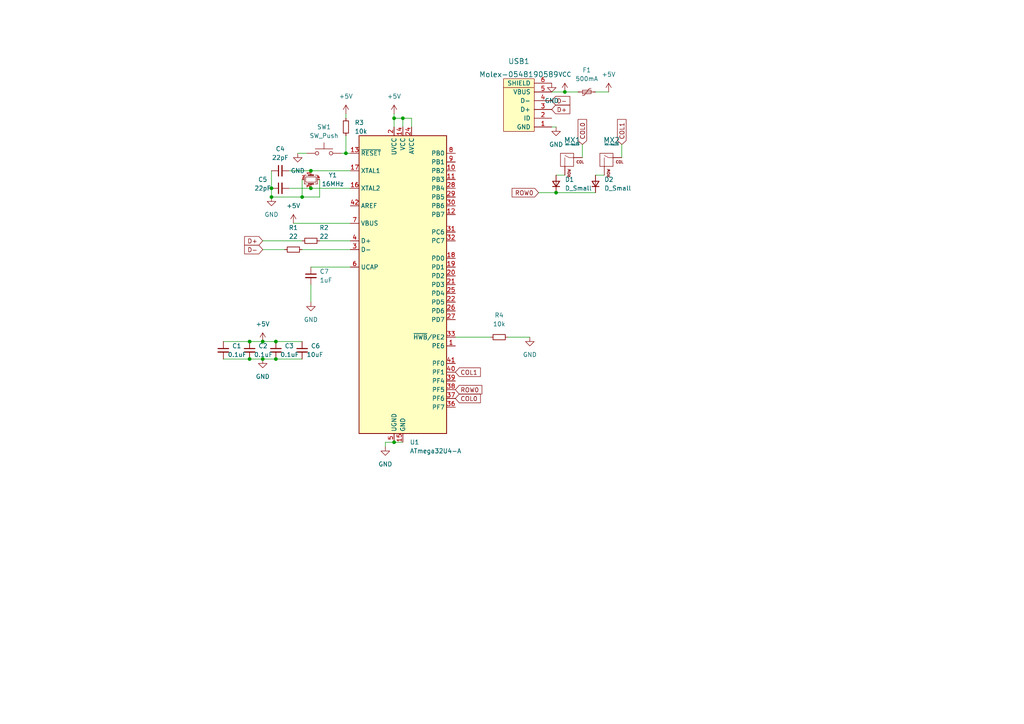
<source format=kicad_sch>
(kicad_sch (version 20211123) (generator eeschema)
  (paper "A4")
  (lib_symbols
    (symbol "Device:C_Small" (pin_numbers hide) (pin_names (offset 0.254) hide)
      (property "Reference" "C" (at 0.254 1.778 0))
      (property "Value" "C_Small" (at 0.254 -2.032 0))
      (symbol "C_Small_0_1"
        (polyline (pts (xy -1.524 -0.508) (xy 1.524 -0.508)) (stroke (width 0.3302)))
        (polyline (pts (xy -1.524 0.508) (xy 1.524 0.508)) (stroke (width 0.3048)))
      )
      (symbol "C_Small_1_1"
        (pin passive line (at 0 2.54 270) (length 2.032) (name "~") (number "1"))
        (pin passive line (at 0 -2.54 90) (length 2.032) (name "~") (number "2"))
      )
    )
    (symbol "Device:Crystal_GND24_Small" (pin_names (offset 1.016) hide)
      (property "Reference" "Y" (at 1.27 4.445 0))
      (property "Value" "Crystal_GND24_Small" (at 1.27 2.54 0))
      (symbol "Crystal_GND24_Small_0_1"
        (rectangle (start -0.762 -1.524) (end 0.762 1.524))
        (polyline (pts (xy -1.27 -0.762) (xy -1.27 0.762)) (stroke (width 0.381)))
        (polyline (pts (xy 1.27 -0.762) (xy 1.27 0.762)) (stroke (width 0.381)))
        (polyline (pts (xy -1.27 -1.27) (xy -1.27 -1.905) (xy 1.27 -1.905) (xy 1.27 -1.27)))
        (polyline (pts (xy -1.27 1.27) (xy -1.27 1.905) (xy 1.27 1.905) (xy 1.27 1.27)))
      )
      (symbol "Crystal_GND24_Small_1_1"
        (pin passive line (at -2.54 0 0) (length 1.27) (name "1") (number "1"))
        (pin passive line (at 0 -2.54 90) (length 0.635) (name "2") (number "2"))
        (pin passive line (at 2.54 0 180) (length 1.27) (name "3") (number "3"))
        (pin passive line (at 0 2.54 270) (length 0.635) (name "4") (number "4"))
      )
    )
    (symbol "Device:D_Small" (pin_numbers hide) (pin_names (offset 0.254) hide)
      (property "Reference" "D" (at -1.27 2.032 0))
      (property "Value" "D_Small" (at -3.81 -2.032 0))
      (symbol "D_Small_0_1"
        (polyline (pts (xy -0.762 -1.016) (xy -0.762 1.016)) (stroke (width 0.254)))
        (polyline (pts (xy -0.762 0) (xy 0.762 0)))
        (polyline (pts (xy 0.762 -1.016) (xy -0.762 0) (xy 0.762 1.016) (xy 0.762 -1.016)) (stroke (width 0.254)))
      )
      (symbol "D_Small_1_1"
        (pin passive line (at -2.54 0 0) (length 1.778) (name "K") (number "1"))
        (pin passive line (at 2.54 0 180) (length 1.778) (name "A") (number "2"))
      )
    )
    (symbol "Device:Polyfuse_Small" (pin_numbers hide) (pin_names (offset 0))
      (property "Reference" "F" (at -1.905 0 90))
      (property "Value" "Polyfuse_Small" (at 1.905 0 90))
      (symbol "Polyfuse_Small_0_1"
        (rectangle (start -0.508 1.27) (end 0.508 -1.27))
        (polyline (pts (xy 0 2.54) (xy 0 -2.54)))
        (polyline (pts (xy -1.016 1.27) (xy -1.016 0.762) (xy 1.016 -0.762) (xy 1.016 -1.27)))
      )
      (symbol "Polyfuse_Small_1_1"
        (pin passive line (at 0 2.54 270) (length 0.635) (name "~") (number "1"))
        (pin passive line (at 0 -2.54 90) (length 0.635) (name "~") (number "2"))
      )
    )
    (symbol "Device:R_Small" (pin_numbers hide) (pin_names (offset 0.254) hide)
      (property "Reference" "R" (at 0.762 0.508 0))
      (property "Value" "R_Small" (at 0.762 -1.016 0))
      (symbol "R_Small_0_1"
        (rectangle (start -0.762 1.778) (end 0.762 -1.778) (stroke (width 0.2032)))
      )
      (symbol "R_Small_1_1"
        (pin passive line (at 0 2.54 270) (length 0.762) (name "~") (number "1"))
        (pin passive line (at 0 -2.54 90) (length 0.762) (name "~") (number "2"))
      )
    )
    (symbol "MCU_Microchip_ATmega:ATmega32U4-A"
      (property "Reference" "U" (at -12.7 44.45 0))
      (property "Value" "ATmega32U4-A" (at 2.54 -44.45 0))
      (symbol "ATmega32U4-A_0_1"
        (rectangle (start -12.7 -43.18) (end 12.7 43.18) (stroke (width 0.254)) (fill (type background)))
      )
      (symbol "ATmega32U4-A_1_1"
        (pin bidirectional line (at 15.24 -17.78 180) (length 2.54) (name "PE6") (number "1"))
        (pin bidirectional line (at 15.24 33.02 180) (length 2.54) (name "PB2") (number "10"))
        (pin bidirectional line (at 15.24 30.48 180) (length 2.54) (name "PB3") (number "11"))
        (pin bidirectional line (at 15.24 20.32 180) (length 2.54) (name "PB7") (number "12"))
        (pin input line (at -15.24 38.1 0) (length 2.54) (name "~{RESET}") (number "13"))
        (pin power_in line (at 0 45.72 270) (length 2.54) (name "VCC") (number "14"))
        (pin power_in line (at 0 -45.72 90) (length 2.54) (name "GND") (number "15"))
        (pin output line (at -15.24 27.94 0) (length 2.54) (name "XTAL2") (number "16"))
        (pin input line (at -15.24 33.02 0) (length 2.54) (name "XTAL1") (number "17"))
        (pin bidirectional line (at 15.24 7.62 180) (length 2.54) (name "PD0") (number "18"))
        (pin bidirectional line (at 15.24 5.08 180) (length 2.54) (name "PD1") (number "19"))
        (pin power_in line (at -2.54 45.72 270) (length 2.54) (name "UVCC") (number "2"))
        (pin bidirectional line (at 15.24 2.54 180) (length 2.54) (name "PD2") (number "20"))
        (pin bidirectional line (at 15.24 0 180) (length 2.54) (name "PD3") (number "21"))
        (pin bidirectional line (at 15.24 -5.08 180) (length 2.54) (name "PD5") (number "22"))
        (pin passive line (at 0 -45.72 90) (length 2.54) hide (name "GND") (number "23"))
        (pin power_in line (at 2.54 45.72 270) (length 2.54) (name "AVCC") (number "24"))
        (pin bidirectional line (at 15.24 -2.54 180) (length 2.54) (name "PD4") (number "25"))
        (pin bidirectional line (at 15.24 -7.62 180) (length 2.54) (name "PD6") (number "26"))
        (pin bidirectional line (at 15.24 -10.16 180) (length 2.54) (name "PD7") (number "27"))
        (pin bidirectional line (at 15.24 27.94 180) (length 2.54) (name "PB4") (number "28"))
        (pin bidirectional line (at 15.24 25.4 180) (length 2.54) (name "PB5") (number "29"))
        (pin bidirectional line (at -15.24 10.16 0) (length 2.54) (name "D-") (number "3"))
        (pin bidirectional line (at 15.24 22.86 180) (length 2.54) (name "PB6") (number "30"))
        (pin bidirectional line (at 15.24 15.24 180) (length 2.54) (name "PC6") (number "31"))
        (pin bidirectional line (at 15.24 12.7 180) (length 2.54) (name "PC7") (number "32"))
        (pin bidirectional line (at 15.24 -15.24 180) (length 2.54) (name "~{HWB}/PE2") (number "33"))
        (pin passive line (at 0 45.72 270) (length 2.54) hide (name "VCC") (number "34"))
        (pin passive line (at 0 -45.72 90) (length 2.54) hide (name "GND") (number "35"))
        (pin bidirectional line (at 15.24 -35.56 180) (length 2.54) (name "PF7") (number "36"))
        (pin bidirectional line (at 15.24 -33.02 180) (length 2.54) (name "PF6") (number "37"))
        (pin bidirectional line (at 15.24 -30.48 180) (length 2.54) (name "PF5") (number "38"))
        (pin bidirectional line (at 15.24 -27.94 180) (length 2.54) (name "PF4") (number "39"))
        (pin bidirectional line (at -15.24 12.7 0) (length 2.54) (name "D+") (number "4"))
        (pin bidirectional line (at 15.24 -25.4 180) (length 2.54) (name "PF1") (number "40"))
        (pin bidirectional line (at 15.24 -22.86 180) (length 2.54) (name "PF0") (number "41"))
        (pin passive line (at -15.24 22.86 0) (length 2.54) (name "AREF") (number "42"))
        (pin passive line (at 0 -45.72 90) (length 2.54) hide (name "GND") (number "43"))
        (pin passive line (at 2.54 45.72 270) (length 2.54) hide (name "AVCC") (number "44"))
        (pin passive line (at -2.54 -45.72 90) (length 2.54) (name "UGND") (number "5"))
        (pin passive line (at -15.24 5.08 0) (length 2.54) (name "UCAP") (number "6"))
        (pin input line (at -15.24 17.78 0) (length 2.54) (name "VBUS") (number "7"))
        (pin bidirectional line (at 15.24 38.1 180) (length 2.54) (name "PB0") (number "8"))
        (pin bidirectional line (at 15.24 35.56 180) (length 2.54) (name "PB1") (number "9"))
      )
    )
    (symbol "MX_Alps_Hybrid:MX-NoLED" (pin_names (offset 1.016))
      (property "Reference" "MX" (at -0.635 3.81 0))
      (property "Value" "MX-NoLED" (at -0.635 1.27 0))
      (symbol "MX-NoLED_0_0"
        (rectangle (start -2.54 2.54) (end 1.27 -1.27))
        (polyline (pts (xy -1.27 -1.27) (xy -1.27 1.27)) (stroke (width 0.127)))
        (polyline (pts (xy 1.27 1.27) (xy 0 1.27) (xy -1.27 1.905)) (stroke (width 0.127)))
        (text "COL" (at 3.175 0 0) (effects (font (size 0.762 0.762))))
        (text "ROW" (at 0 -1.905 900) (effects (font (size 0.762 0.762)) (justify right)))
      )
      (symbol "MX-NoLED_1_1"
        (pin passive line (at 3.81 1.27 180) (length 2.54) (name "COL") (number "1"))
        (pin passive line (at -1.27 -3.81 90) (length 2.54) (name "ROW") (number "2"))
      )
    )
    (symbol "Switch:SW_Push" (pin_numbers hide) (pin_names (offset 1.016) hide)
      (property "Reference" "SW" (at 1.27 2.54 0))
      (property "Value" "SW_Push" (at 0 -1.524 0))
      (symbol "SW_Push_0_1"
        (circle (center -2.032 0) (radius 0.508))
        (polyline (pts (xy 0 1.27) (xy 0 3.048)))
        (polyline (pts (xy 2.54 1.27) (xy -2.54 1.27)))
        (circle (center 2.032 0) (radius 0.508))
        (pin passive line (at -5.08 0 0) (length 2.54) (name "1") (number "1"))
        (pin passive line (at 5.08 0 180) (length 2.54) (name "2") (number "2"))
      )
    )
    (symbol "power:+5V" (power) (pin_names (offset 0))
      (property "Value" "+5V" (at 0 3.556 0))
      (symbol "+5V_0_1"
        (polyline (pts (xy -0.762 1.27) (xy 0 2.54)))
        (polyline (pts (xy 0 0) (xy 0 2.54)))
        (polyline (pts (xy 0 2.54) (xy 0.762 1.27)))
      )
      (symbol "+5V_1_1"
        (pin power_in line (at 0 0 90) (length 0) hide (name "+5V") (number "1"))
      )
    )
    (symbol "power:GND" (power) (pin_names (offset 0))
      (property "Value" "GND" (at 0 -3.81 0))
      (symbol "GND_0_1"
        (polyline (pts (xy 0 0) (xy 0 -1.27) (xy 1.27 -1.27) (xy 0 -2.54) (xy -1.27 -1.27) (xy 0 -1.27)))
      )
      (symbol "GND_1_1"
        (pin power_in line (at 0 0 270) (length 0) hide (name "GND") (number "1"))
      )
    )
    (symbol "power:VCC" (power) (pin_names (offset 0))
      (property "Value" "VCC" (at 0 3.81 0))
      (symbol "VCC_0_1"
        (polyline (pts (xy -0.762 1.27) (xy 0 2.54)))
        (polyline (pts (xy 0 0) (xy 0 2.54)))
        (polyline (pts (xy 0 2.54) (xy 0.762 1.27)))
      )
      (symbol "VCC_1_1"
        (pin power_in line (at 0 0 90) (length 0) hide (name "VCC") (number "1"))
      )
    )
    (symbol "random-keyboard-parts:Molex-0548190589" (pin_names (offset 1.016))
      (property "Reference" "USB" (at 0 7.62 0))
      (property "Value" "Molex-0548190589" (at 0 10.16 0))
      (symbol "Molex-0548190589_0_0"
        (polyline (pts (xy 6.35 -2.54) (xy 6.35 6.35)))
        (rectangle (start 8.89 -2.54) (end -6.35 6.35) (fill (type background)))
      )
      (symbol "Molex-0548190589_1_1"
        (pin input line (at -5.08 -7.62 90) (length 5.08) (name "GND") (number "1"))
        (pin input line (at -2.54 -7.62 90) (length 5.08) (name "ID") (number "2"))
        (pin input line (at 0 -7.62 90) (length 5.08) (name "D+") (number "3"))
        (pin input line (at 2.54 -7.62 90) (length 5.08) (name "D-") (number "4"))
        (pin input line (at 5.08 -7.62 90) (length 5.08) (name "VBUS") (number "5"))
        (pin input line (at 7.62 -7.62 90) (length 5.08) (name "SHIELD") (number "6"))
      )
    )
  )
  (junction (at 90.17 54.61))
  (junction (at 116.84 34.29))
  (junction (at 72.39 99.06))
  (junction (at 163.83 26.67))
  (junction (at 90.17 49.53))
  (junction (at 114.3 34.29))
  (junction (at 161.29 55.88))
  (junction (at 87.63 57.15))
  (junction (at 76.2 104.14))
  (junction (at 78.74 57.15))
  (junction (at 80.01 104.14))
  (junction (at 72.39 104.14))
  (junction (at 100.33 44.45))
  (junction (at 80.01 99.06))
  (junction (at 114.3 128.27))
  (junction (at 78.74 54.61))
  (junction (at 76.2 99.06))
  (wire (pts (xy 76.2 99.06) (xy 80.01 99.06)))
  (wire (pts (xy 147.32 97.79) (xy 153.67 97.79)))
  (wire (pts (xy 80.01 104.14) (xy 87.63 104.14)))
  (wire (pts (xy 180.34 41.91) (xy 180.34 45.72)))
  (wire (pts (xy 87.63 72.39) (xy 101.6 72.39)))
  (wire (pts (xy 80.01 99.06) (xy 87.63 99.06)))
  (wire (pts (xy 78.74 57.15) (xy 87.63 57.15)))
  (wire (pts (xy 83.82 49.53) (xy 90.17 49.53)))
  (wire (pts (xy 76.2 69.85) (xy 87.63 69.85)))
  (wire (pts (xy 172.72 26.67) (xy 176.53 26.67)))
  (wire (pts (xy 92.71 57.15) (xy 92.71 52.07)))
  (wire (pts (xy 76.2 104.14) (xy 80.01 104.14)))
  (wire (pts (xy 87.63 52.07) (xy 87.63 57.15)))
  (wire (pts (xy 168.91 41.91) (xy 168.91 45.72)))
  (wire (pts (xy 64.77 104.14) (xy 72.39 104.14)))
  (wire (pts (xy 90.17 49.53) (xy 101.6 49.53)))
  (wire (pts (xy 114.3 33.02) (xy 114.3 34.29)))
  (wire (pts (xy 163.83 26.67) (xy 167.64 26.67)))
  (wire (pts (xy 100.33 39.37) (xy 100.33 44.45)))
  (wire (pts (xy 156.21 55.88) (xy 161.29 55.88)))
  (wire (pts (xy 99.06 44.45) (xy 100.33 44.45)))
  (wire (pts (xy 111.76 128.27) (xy 111.76 129.54)))
  (wire (pts (xy 100.33 33.02) (xy 100.33 34.29)))
  (wire (pts (xy 86.36 44.45) (xy 88.9 44.45)))
  (wire (pts (xy 90.17 54.61) (xy 101.6 54.61)))
  (wire (pts (xy 114.3 128.27) (xy 111.76 128.27)))
  (wire (pts (xy 85.09 64.77) (xy 101.6 64.77)))
  (wire (pts (xy 92.71 69.85) (xy 101.6 69.85)))
  (wire (pts (xy 172.72 50.8) (xy 175.26 50.8)))
  (wire (pts (xy 72.39 104.14) (xy 76.2 104.14)))
  (wire (pts (xy 64.77 99.06) (xy 72.39 99.06)))
  (wire (pts (xy 161.29 50.8) (xy 163.83 50.8)))
  (wire (pts (xy 132.08 97.79) (xy 142.24 97.79)))
  (wire (pts (xy 72.39 99.06) (xy 76.2 99.06)))
  (wire (pts (xy 114.3 34.29) (xy 114.3 36.83)))
  (wire (pts (xy 90.17 82.55) (xy 90.17 87.63)))
  (wire (pts (xy 100.33 44.45) (xy 101.6 44.45)))
  (wire (pts (xy 161.29 55.88) (xy 172.72 55.88)))
  (wire (pts (xy 116.84 128.27) (xy 114.3 128.27)))
  (wire (pts (xy 87.63 57.15) (xy 92.71 57.15)))
  (wire (pts (xy 163.83 26.67) (xy 160.02 26.67)))
  (wire (pts (xy 119.38 36.83) (xy 119.38 34.29)))
  (wire (pts (xy 78.74 54.61) (xy 78.74 57.15)))
  (wire (pts (xy 76.2 72.39) (xy 82.55 72.39)))
  (wire (pts (xy 78.74 49.53) (xy 78.74 54.61)))
  (wire (pts (xy 83.82 54.61) (xy 90.17 54.61)))
  (wire (pts (xy 160.02 36.83) (xy 161.29 36.83)))
  (wire (pts (xy 116.84 34.29) (xy 114.3 34.29)))
  (wire (pts (xy 90.17 77.47) (xy 101.6 77.47)))
  (wire (pts (xy 116.84 34.29) (xy 116.84 36.83)))
  (wire (pts (xy 119.38 34.29) (xy 116.84 34.29)))
  (global_label "D-" (shape input) (at 160.02 29.21 0) (property "Intersheet References" "${INTERSHEET_REFS}" (effects hide)))
  (global_label "ROW0" (shape input) (at 156.21 55.88 180) (property "Intersheet References" "${INTERSHEET_REFS}" (effects hide)))
  (global_label "COL1" (shape input) (at 180.34 41.91 90) (property "Intersheet References" "${INTERSHEET_REFS}" (effects hide)))
  (global_label "D+" (shape input) (at 160.02 31.75 0) (property "Intersheet References" "${INTERSHEET_REFS}" (effects hide)))
  (global_label "D-" (shape input) (at 76.2 72.39 180) (property "Intersheet References" "${INTERSHEET_REFS}" (effects hide)))
  (global_label "ROW0" (shape input) (at 132.08 113.03 0) (property "Intersheet References" "${INTERSHEET_REFS}" (effects hide)))
  (global_label "COL1" (shape input) (at 132.08 107.95 0) (property "Intersheet References" "${INTERSHEET_REFS}" (effects hide)))
  (global_label "D+" (shape input) (at 76.2 69.85 180) (property "Intersheet References" "${INTERSHEET_REFS}" (effects hide)))
  (global_label "COL0" (shape input) (at 168.91 41.91 90) (property "Intersheet References" "${INTERSHEET_REFS}" (effects hide)))
  (global_label "COL0" (shape input) (at 132.08 115.57 0) (property "Intersheet References" "${INTERSHEET_REFS}" (effects hide)))
  (symbol (lib_id "Device:C_Small") (at 81.28 54.61 90) (unit 1)
    (property "Reference" "C5" (at 76.2 52.07 90))
    (property "Value" "22pF" (at 76.2 54.61 90))
    (property "Footprint" "Capacitor_SMD:C_0805_2012Metric" (effects hide))
  )
  (symbol (lib_id "Device:C_Small") (at 80.01 101.6 0) (unit 1)
    (property "Reference" "C3" (at 82.55 100.3362 0) (effects (justify left)))
    (property "Value" "0.1uF" (at 81.28 102.87 0) (effects (justify left)))
    (property "Footprint" "Capacitor_SMD:C_0805_2012Metric" (effects hide))
  )
  (symbol (lib_id "power:+5V") (at 85.09 64.77 0) (unit 1)
    (property "Reference" "#PWR0104" (effects hide))
    (property "Value" "+5V" (at 85.09 59.69 0))
  )
  (symbol (lib_id "Device:R_Small") (at 85.09 72.39 90) (unit 1)
    (property "Reference" "R1" (at 85.09 66.04 90))
    (property "Value" "22" (at 85.09 68.58 90))
    (property "Footprint" "Resistor_SMD:R_0805_2012Metric" (effects hide))
  )
  (symbol (lib_id "power:GND") (at 90.17 87.63 0) (unit 1)
    (property "Reference" "#PWR0105" (effects hide))
    (property "Value" "GND" (at 90.17 92.71 0))
  )
  (symbol (lib_id "power:VCC") (at 163.83 26.67 0) (unit 1)
    (property "Reference" "#PWR0111" (effects hide))
    (property "Value" "VCC" (at 163.83 21.59 0))
  )
  (symbol (lib_id "Switch:SW_Push") (at 93.98 44.45 0) (unit 1)
    (property "Reference" "SW1" (at 93.98 36.83 0))
    (property "Value" "SW_Push" (at 93.98 39.37 0))
    (property "Footprint" "random-keyboard-parts:SKQG-1155865" (effects hide))
  )
  (symbol (lib_id "MX_Alps_Hybrid:MX-NoLED") (at 176.53 46.99 0) (unit 1)
    (property "Reference" "MX2" (at 177.4156 40.64 0) (effects (font (size 1.524 1.524))))
    (property "Value" "MX-NoLED" (at 177.4156 41.91 0) (effects (font (size 0.508 0.508))))
    (property "Footprint" "MX_Alps_Hybrid:MX-1U-NoLED" (effects hide))
  )
  (symbol (lib_id "power:GND") (at 78.74 57.15 0) (unit 1)
    (property "Reference" "#PWR0108" (effects hide))
    (property "Value" "GND" (at 78.74 62.23 0))
  )
  (symbol (lib_id "power:GND") (at 86.36 44.45 0) (unit 1)
    (property "Reference" "#PWR0102" (effects hide))
    (property "Value" "GND" (at 86.36 49.53 0))
  )
  (symbol (lib_id "power:+5V") (at 114.3 33.02 0) (unit 1)
    (property "Reference" "#PWR0109" (effects hide))
    (property "Value" "+5V" (at 114.3 27.94 0))
  )
  (symbol (lib_id "power:GND") (at 153.67 97.79 0) (unit 1)
    (property "Reference" "#PWR0101" (effects hide))
    (property "Value" "GND" (at 153.67 102.87 0))
  )
  (symbol (lib_id "power:+5V") (at 76.2 99.06 0) (unit 1)
    (property "Reference" "#PWR0106" (effects hide))
    (property "Value" "+5V" (at 76.2 93.98 0))
  )
  (symbol (lib_id "power:+5V") (at 100.33 33.02 0) (unit 1)
    (property "Reference" "#PWR0110" (effects hide))
    (property "Value" "+5V" (at 100.33 27.94 0))
  )
  (symbol (lib_id "Device:R_Small") (at 144.78 97.79 90) (unit 1)
    (property "Reference" "R4" (at 144.78 91.44 90))
    (property "Value" "10k" (at 144.78 93.98 90))
    (property "Footprint" "Resistor_SMD:R_0805_2012Metric" (effects hide))
  )
  (symbol (lib_id "Device:C_Small") (at 90.17 80.01 0) (unit 1)
    (property "Reference" "C7" (at 92.71 78.7462 0) (effects (justify left)))
    (property "Value" "1uF" (at 92.71 81.2862 0) (effects (justify left)))
    (property "Footprint" "Capacitor_SMD:C_0805_2012Metric" (effects hide))
  )
  (symbol (lib_id "Device:D_Small") (at 161.29 53.34 90) (unit 1)
    (property "Reference" "D1" (at 163.83 52.0699 90) (effects (justify right)))
    (property "Value" "D_Small" (at 163.83 54.6099 90) (effects (justify right)))
    (property "Footprint" "Diode_SMD:D_SOD-123" (effects hide))
  )
  (symbol (lib_id "power:GND") (at 160.02 24.13 0) (unit 1)
    (property "Reference" "#PWR0114" (effects hide))
    (property "Value" "GND" (at 160.02 29.21 0))
  )
  (symbol (lib_id "power:GND") (at 161.29 36.83 0) (mirror y) (unit 1)
    (property "Reference" "#PWR0113" (effects hide))
    (property "Value" "GND" (at 161.29 41.91 0))
  )
  (symbol (lib_id "power:GND") (at 76.2 104.14 0) (unit 1)
    (property "Reference" "#PWR0107" (effects hide))
    (property "Value" "GND" (at 76.2 109.22 0))
  )
  (symbol (lib_id "Device:C_Small") (at 81.28 49.53 90) (unit 1)
    (property "Reference" "C4" (at 81.2863 43.18 90))
    (property "Value" "22pF" (at 81.2863 45.72 90))
    (property "Footprint" "Capacitor_SMD:C_0805_2012Metric" (effects hide))
  )
  (symbol (lib_id "Device:Crystal_GND24_Small") (at 90.17 52.07 270) (unit 1)
    (property "Reference" "Y1" (at 96.52 50.8 90))
    (property "Value" "16MHz" (at 96.52 53.34 90))
    (property "Footprint" "Crystal:Crystal_SMD_3225-4Pin_3.2x2.5mm" (effects hide))
  )
  (symbol (lib_id "random-keyboard-parts:Molex-0548190589") (at 152.4 31.75 90) (unit 1)
    (property "Reference" "USB1" (at 150.495 17.78 90) (effects (font (size 1.524 1.524))))
    (property "Value" "Molex-0548190589" (at 150.495 21.59 90) (effects (font (size 1.524 1.524))))
    (property "Footprint" "random-keyboard-parts:Molex-0548190519" (effects hide))
  )
  (symbol (lib_id "power:GND") (at 111.76 129.54 0) (unit 1)
    (property "Reference" "#PWR0103" (effects hide))
    (property "Value" "GND" (at 111.76 134.62 0))
  )
  (symbol (lib_id "Device:Polyfuse_Small") (at 170.18 26.67 90) (unit 1)
    (property "Reference" "F1" (at 170.18 20.32 90))
    (property "Value" "500mA" (at 170.18 22.86 90))
    (property "Footprint" "Fuse:Fuse_1206_3216Metric" (effects hide))
  )
  (symbol (lib_id "Device:R_Small") (at 90.17 69.85 90) (unit 1)
    (property "Reference" "R2" (at 93.98 66.04 90))
    (property "Value" "22" (at 93.98 68.58 90))
    (property "Footprint" "Resistor_SMD:R_0805_2012Metric" (effects hide))
  )
  (symbol (lib_id "MCU_Microchip_ATmega:ATmega32U4-A") (at 116.84 82.55 0) (unit 1)
    (property "Reference" "U1" (at 118.8594 128.27 0) (effects (justify left)))
    (property "Value" "ATmega32U4-A" (at 118.8594 130.81 0) (effects (justify left)))
    (property "Footprint" "Package_QFP:LQFP-44_10x10mm_P0.8mm" (effects hide))
    (property "Datasheet" "http://ww1.microchip.com/downloads/en/DeviceDoc/Atmel-7766-8-bit-AVR-ATmega16U4-32U4_Datasheet.pdf" (effects hide))
  )
  (symbol (lib_id "Device:C_Small") (at 87.63 101.6 0) (unit 1)
    (property "Reference" "C6" (at 90.17 100.3362 0) (effects (justify left)))
    (property "Value" "10uF" (at 88.9 102.87 0) (effects (justify left)))
    (property "Footprint" "Capacitor_SMD:C_0805_2012Metric" (effects hide))
  )
  (symbol (lib_id "power:+5V") (at 176.53 26.67 0) (unit 1)
    (property "Reference" "#PWR0112" (effects hide))
    (property "Value" "+5V" (at 176.53 21.59 0))
  )
  (symbol (lib_id "MX_Alps_Hybrid:MX-NoLED") (at 165.1 46.99 0) (unit 1)
    (property "Reference" "MX1" (at 165.9856 40.64 0) (effects (font (size 1.524 1.524))))
    (property "Value" "MX-NoLED" (at 165.9856 41.91 0) (effects (font (size 0.508 0.508))))
    (property "Footprint" "MX_Alps_Hybrid:MX-1U-NoLED" (effects hide))
  )
  (symbol (lib_id "Device:C_Small") (at 64.77 101.6 0) (unit 1)
    (property "Reference" "C1" (at 67.31 100.3362 0) (effects (justify left)))
    (property "Value" "0.1uF" (at 66.04 102.87 0) (effects (justify left)))
    (property "Footprint" "Capacitor_SMD:C_0805_2012Metric" (effects hide))
  )
  (symbol (lib_id "Device:D_Small") (at 172.72 53.34 90) (unit 1)
    (property "Reference" "D2" (at 175.26 52.0699 90) (effects (justify right)))
    (property "Value" "D_Small" (at 175.26 54.6099 90) (effects (justify right)))
    (property "Footprint" "Diode_SMD:D_SOD-123" (effects hide))
  )
  (symbol (lib_id "Device:C_Small") (at 72.39 101.6 0) (unit 1)
    (property "Reference" "C2" (at 74.93 100.3362 0) (effects (justify left)))
    (property "Value" "0.1uF" (at 73.66 102.87 0) (effects (justify left)))
    (property "Footprint" "Capacitor_SMD:C_0805_2012Metric" (effects hide))
  )
  (symbol (lib_id "Device:R_Small") (at 100.33 36.83 0) (unit 1)
    (property "Reference" "R3" (at 102.87 35.5599 0) (effects (justify left)))
    (property "Value" "10k" (at 102.87 38.0999 0) (effects (justify left)))
    (property "Footprint" "Resistor_SMD:R_0805_2012Metric" (effects hide))
  )
)
</source>
